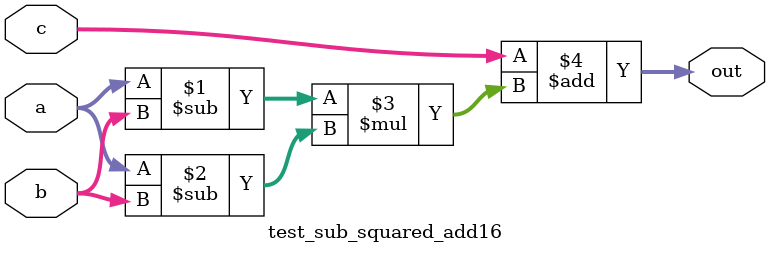
<source format=v>
module test_sub_squared_add16(input [15:0] a, input [15:0] b, input [15:0] c, output [15:0] out);
  assign out = c + ((a - b) * (a - b));
endmodule
</source>
